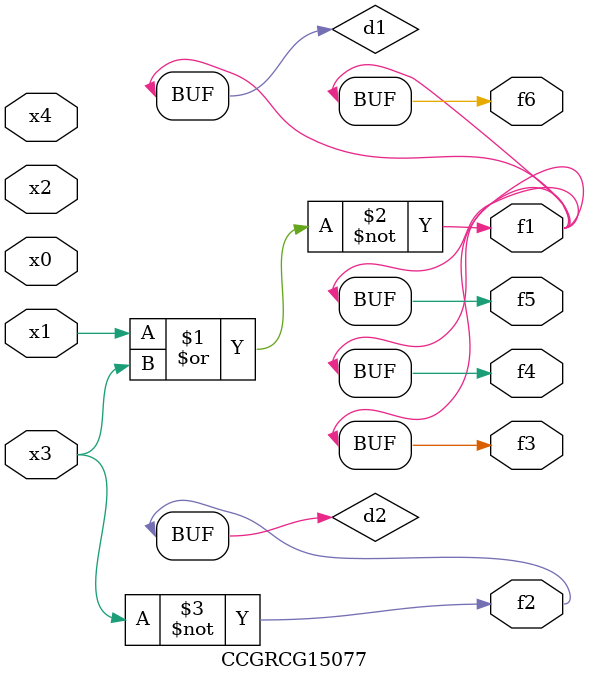
<source format=v>
module CCGRCG15077(
	input x0, x1, x2, x3, x4,
	output f1, f2, f3, f4, f5, f6
);

	wire d1, d2;

	nor (d1, x1, x3);
	not (d2, x3);
	assign f1 = d1;
	assign f2 = d2;
	assign f3 = d1;
	assign f4 = d1;
	assign f5 = d1;
	assign f6 = d1;
endmodule

</source>
